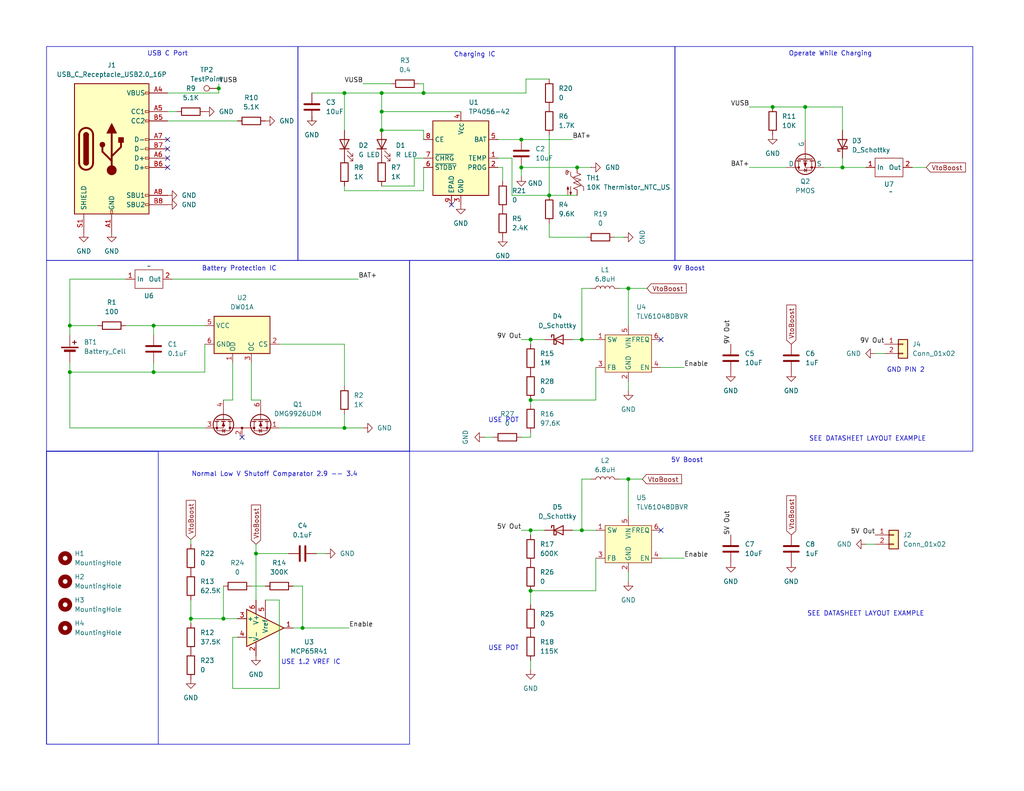
<source format=kicad_sch>
(kicad_sch (version 20250114) (generator "eeschema") (generator_version "9.0")
  (paper "A")
  (title_block (title "BPS Circuit Board") (date "2026-01-18") (rev "0"))
  (lib_symbols
    (symbol "Battery_Management:DW01A"
      (property "Reference" "U" (at -6.604 6.35 0))
      (property "Value" "DW01A" (at 4.318 6.604 0))
      (symbol "DW01A_0_1"
        (pin power_in line (at -10.16 2.54 0) (length 2.54) (name "VCC") (number "5"))
        (pin power_in line (at -10.16 -2.54 0) (length 2.54) (name "GND") (number "6"))
        (pin output line (at -2.54 -7.62 90) (length 2.54) (name "OD") (number "1"))
        (pin output line (at 2.54 -7.62 90) (length 2.54) (name "OC") (number "3"))
        (pin input line (at 10.16 -2.54 180) (length 2.54) (name "CS") (number "2"))
      )
      (symbol "DW01A_1_1"
        (pin no_connect line (at 10.16 2.54 180) (length 2.54) (hide yes) (name "TD") (number "4"))
      )
    )
    (symbol "Battery_Management:TP4056-42-ESOP8"
      (property "Reference" "U" (at -6.604 11.684 0))
      (property "Value" "TP4056-42-ESOP8" (at 10.16 11.684 0))
      (symbol "TP4056-42-ESOP8_1_0"
        (pin input line (at -10.16 5.08 0) (length 2.54) (name "CE") (number "8"))
        (pin open_collector line (at -10.16 0 0) (length 2.54) (name "~{CHRG}") (number "7"))
        (pin open_collector line (at -10.16 -2.54 0) (length 2.54) (name "~{STDBY}") (number "6"))
        (pin passive line (at -2.54 -12.7 90) (length 2.54) (name "EPAD") (number "9"))
        (pin power_in line (at 0 12.7 270) (length 2.54) (name "V_{CC}") (number "4"))
        (pin power_in line (at 0 -12.7 90) (length 2.54) (name "GND") (number "3"))
        (pin power_out line (at 10.16 5.08 180) (length 2.54) (name "BAT") (number "5"))
        (pin input line (at 10.16 0 180) (length 2.54) (name "TEMP") (number "1"))
        (pin passive line (at 10.16 -2.54 180) (length 2.54) (name "PROG") (number "2"))
      )
    )
    (symbol "Comparator:MCP65R41" (pin_names (offset 0.127))
      (property "Reference" "U" (at 1.27 3.81 0))
      (property "Value" "MCP65R41" (at 6.35 -3.81 0))
      (symbol "MCP65R41_1_1"
        (pin input line (at -7.62 2.54 0) (length 2.54) (name "+") (number "3"))
        (pin input line (at -7.62 -2.54 0) (length 2.54) (name "-") (number "4"))
        (pin power_in line (at -2.54 7.62 270) (length 3.81) (name "V+") (number "6"))
        (pin power_in line (at -2.54 -7.62 90) (length 3.81) (name "V-") (number "2"))
        (pin power_out line (at 0 7.62 270) (length 5.08) (name "Vref") (number "5"))
        (pin output line (at 7.62 0 180) (length 2.54) (name "~") (number "1"))
      )
    )
    (symbol "Connector:TestPoint" (pin_numbers (hide yes)) (pin_names (offset 0.762) (hide yes))
      (property "Reference" "TP" (at 0 6.858 0))
      (property "Value" "TestPoint" (at 0 5.08 0))
      (symbol "TestPoint_1_1"
        (pin passive line (at 0 0 90) (length 2.54) (name "1") (number "1"))
      )
    )
    (symbol "Connector:USB_C_Receptacle_USB2.0_16P" (pin_names (offset 1.016))
      (property "Reference" "J" (at 0 22.225 0))
      (property "Value" "USB_C_Receptacle_USB2.0_16P" (at 0 19.685 0))
      (symbol "USB_C_Receptacle_USB2.0_16P_1_1"
        (pin passive line (at -7.62 -22.86 90) (length 5.08) (name "SHIELD") (number "S1"))
        (pin passive line (at 0 -22.86 90) (length 5.08) (name "GND") (number "A1"))
        (pin passive line (at 0 -22.86 90) (length 5.08) (hide yes) (name "GND") (number "A12"))
        (pin passive line (at 0 -22.86 90) (length 5.08) (hide yes) (name "GND") (number "B1"))
        (pin passive line (at 0 -22.86 90) (length 5.08) (hide yes) (name "GND") (number "B12"))
        (pin passive line (at 15.24 15.24 180) (length 5.08) (name "VBUS") (number "A4"))
        (pin passive line (at 15.24 15.24 180) (length 5.08) (hide yes) (name "VBUS") (number "A9"))
        (pin passive line (at 15.24 15.24 180) (length 5.08) (hide yes) (name "VBUS") (number "B4"))
        (pin passive line (at 15.24 15.24 180) (length 5.08) (hide yes) (name "VBUS") (number "B9"))
        (pin bidirectional line (at 15.24 10.16 180) (length 5.08) (name "CC1") (number "A5"))
        (pin bidirectional line (at 15.24 7.62 180) (length 5.08) (name "CC2") (number "B5"))
        (pin bidirectional line (at 15.24 2.54 180) (length 5.08) (name "D-") (number "A7"))
        (pin bidirectional line (at 15.24 0 180) (length 5.08) (name "D-") (number "B7"))
        (pin bidirectional line (at 15.24 -2.54 180) (length 5.08) (name "D+") (number "A6"))
        (pin bidirectional line (at 15.24 -5.08 180) (length 5.08) (name "D+") (number "B6"))
        (pin bidirectional line (at 15.24 -12.7 180) (length 5.08) (name "SBU1") (number "A8"))
        (pin bidirectional line (at 15.24 -15.24 180) (length 5.08) (name "SBU2") (number "B8"))
      )
    )
    (symbol "Connector_Generic:Conn_01x02" (pin_names (offset 1.016) (hide yes))
      (property "Reference" "J" (at 0 2.54 0))
      (property "Value" "Conn_01x02" (at 0 -5.08 0))
      (symbol "Conn_01x02_1_1"
        (pin passive line (at -5.08 0 0) (length 3.81) (name "Pin_1") (number "1"))
        (pin passive line (at -5.08 -2.54 0) (length 3.81) (name "Pin_2") (number "2"))
      )
    )
    (symbol "Device:Battery_Cell" (pin_numbers (hide yes)) (pin_names (offset 0) (hide yes))
      (property "Reference" "BT" (at 2.54 2.54 0))
      (property "Value" "Battery_Cell" (at 2.54 0 0))
      (symbol "Battery_Cell_1_1"
        (pin passive line (at 0 5.08 270) (length 2.54) (name "+") (number "1"))
        (pin passive line (at 0 -2.54 90) (length 2.54) (name "-") (number "2"))
      )
    )
    (symbol "Device:C" (pin_numbers (hide yes)) (pin_names (offset 0.254))
      (property "Reference" "C" (at 0.635 2.54 0))
      (property "Value" "C" (at 0.635 -2.54 0))
      (symbol "C_1_1"
        (pin passive line (at 0 3.81 270) (length 2.794) (name "~") (number "1"))
        (pin passive line (at 0 -3.81 90) (length 2.794) (name "~") (number "2"))
      )
    )
    (symbol "Device:D_Schottky" (pin_numbers (hide yes)) (pin_names (offset 1.016) (hide yes))
      (property "Reference" "D" (at 0 2.54 0))
      (property "Value" "D_Schottky" (at 0 -2.54 0))
      (symbol "D_Schottky_1_1"
        (pin passive line (at -3.81 0 0) (length 2.54) (name "K") (number "1"))
        (pin passive line (at 3.81 0 180) (length 2.54) (name "A") (number "2"))
      )
    )
    (symbol "Device:L" (pin_numbers (hide yes)) (pin_names (offset 1.016) (hide yes))
      (property "Reference" "L" (at -1.27 0 90))
      (property "Value" "L" (at 1.905 0 90))
      (symbol "L_1_1"
        (pin passive line (at 0 3.81 270) (length 1.27) (name "1") (number "1"))
        (pin passive line (at 0 -3.81 90) (length 1.27) (name "2") (number "2"))
      )
    )
    (symbol "Device:LED" (pin_numbers (hide yes)) (pin_names (offset 1.016) (hide yes))
      (property "Reference" "D" (at 0 2.54 0))
      (property "Value" "LED" (at 0 -2.54 0))
      (symbol "LED_1_1"
        (pin passive line (at -3.81 0 0) (length 2.54) (name "K") (number "1"))
        (pin passive line (at 3.81 0 180) (length 2.54) (name "A") (number "2"))
      )
    )
    (symbol "Device:R" (pin_numbers (hide yes)) (pin_names (offset 0))
      (property "Reference" "R" (at 2.032 0 90))
      (property "Value" "R" (at 0 0 90))
      (symbol "R_1_1"
        (pin passive line (at 0 3.81 270) (length 1.27) (name "~") (number "1"))
        (pin passive line (at 0 -3.81 90) (length 1.27) (name "~") (number "2"))
      )
    )
    (symbol "Device:Thermistor_NTC_US" (pin_numbers (hide yes)) (pin_names (offset 0))
      (property "Reference" "TH" (at -4.445 0 90))
      (property "Value" "Thermistor_NTC_US" (at 3.175 0 90))
      (symbol "Thermistor_NTC_US_1_1"
        (pin passive line (at 0 3.81 270) (length 1.27) (name "~") (number "1"))
        (pin passive line (at 0 -3.81 90) (length 1.27) (name "~") (number "2"))
      )
    )
    (symbol "GregSyms:TLV61048DBVR"
      (property "Reference" "U" (at 0 0 0))
      (property "Value" "TLV61048DBVR" (at 10.16 11.176 0))
      (symbol "TLV61048DBVR_1_1"
        (pin passive line (at -8.89 3.81 0) (length 2.54) (name "SW") (number "1"))
        (pin input line (at -8.89 -3.81 0) (length 2.54) (name "FB") (number "3"))
        (pin power_in line (at 0 7.62 270) (length 2.54) (name "VIN") (number "5"))
        (pin power_in line (at 0 -7.62 90) (length 2.54) (name "GND") (number "2"))
        (pin input line (at 8.89 3.81 180) (length 2.54) (name "FREQ") (number "6"))
        (pin input line (at 8.89 -3.81 180) (length 2.54) (name "EN") (number "4"))
      )
    )
    (symbol "GregSyms:Wire_Jump"
      (property "Reference" "U" (at 0 -4.064 0))
      (symbol "Wire_Jump_1_1"
        (pin power_in line (at -6.35 0 0) (length 2.54) (name "In") (number "1"))
        (pin power_in line (at 6.35 0 180) (length 2.54) (name "Out") (number "2"))
      )
    )
    (symbol "Mechanical:MountingHole" (pin_names (offset 1.016)) (in_bom no)
      (property "Reference" "H" (at 0 5.08 0))
      (property "Value" "MountingHole" (at 0 3.175 0))
    )
    (symbol "Simulation_SPICE:PMOS" (pin_numbers (hide yes)) (pin_names (offset 0))
      (property "Reference" "Q" (at 5.08 1.27 0))
      (property "Value" "PMOS" (at 5.08 -1.27 0))
      (symbol "PMOS_1_1"
        (pin input line (at -5.08 0 0) (length 2.54) (name "G") (number "2"))
        (pin passive line (at 2.54 5.08 270) (length 2.54) (name "D") (number "1"))
        (pin passive line (at 2.54 -5.08 90) (length 2.54) (name "S") (number "3"))
      )
    )
    (symbol "Transistor_FET:DMG9926UDM" (pin_names (hide yes))
      (property "Reference" "Q" (at 2.54 6.985 0))
      (property "Value" "DMG9926UDM" (at 2.54 5.08 0))
      (symbol "DMG9926UDM_1_1"
        (pin input line (at -7.62 5.08 0) (length 2.54) (name "G1") (number "6"))
        (pin input line (at -7.62 -5.08 0) (length 2.54) (name "G2") (number "4"))
        (pin passive line (at 0 10.16 270) (length 2.54) (name "D1") (number "1"))
        (pin passive line (at 0 -10.16 90) (length 2.54) (name "S2") (number "3"))
        (pin passive line (at 2.54 0 180) (length 2.54) (name "S1/D2") (number "2"))
        (pin passive line (at 2.54 0 180) (length 2.54) (hide yes) (name "S1/D2") (number "5"))
      )
    )
    (symbol "power:GND" (power) (pin_numbers (hide yes)) (pin_names (offset 0) (hide yes))
      (property "Value" "GND" (at 0 -3.81 0))
      (symbol "GND_1_1"
        (pin power_in line (at 0 0 270) (length 0) (name "~") (number "1"))
      )
    )
  )
  (rectangle (start 12.7 123.19) (end 43.18 203.2))
  (rectangle (start 12.7 123.19) (end 111.76 203.2))
  (rectangle (start 111.76 71.12) (end 265.43 123.19))
  (rectangle (start 12.7 12.7) (end 81.28 71.12))
  (rectangle (start 12.7 71.12) (end 111.76 123.19))
  (rectangle (start 81.28 12.7) (end 184.15 71.12))
  (rectangle (start 184.15 12.7) (end 265.43 71.12))
  (text "USE 1.2 VREF IC" (at 84.836 180.848 0) (effects (font (size 1.27 1.27))))
  (text "Battery Protection IC" (at 65.278 73.406 0) (effects (font (size 1.27 1.27))))
  (text "SEE DATASHEET LAYOUT EXAMPLE" (at 236.728 119.888 0) (effects (font (size 1.27 1.27))))
  (text "Charging IC" (at 129.54 14.986 0) (effects (font (size 1.27 1.27))))
  (text "GND PIN 2" (at 247.142 101.092 0) (effects (font (size 1.27 1.27))))
  (text "USE POT" (at 137.414 114.808 0) (effects (font (size 1.27 1.27))))
  (text "5V Boost" (at 187.452 125.73 0) (effects (font (size 1.27 1.27))))
  (text "Operate While Charging" (at 226.568 14.732 0) (effects (font (size 1.27 1.27))))
  (text "USB C Port" (at 45.72 14.732 0) (effects (font (size 1.27 1.27))))
  (text "SEE DATASHEET LAYOUT EXAMPLE" (at 236.22 167.64 0) (effects (font (size 1.27 1.27))))
  (text "Normal Low V Shutoff Comparator 2.9 -- 3.4" (at 74.93 129.54 0) (effects (font (size 1.27 1.27))))
  (text "9V Boost" (at 187.96 73.406 0) (effects (font (size 1.27 1.27))))
  (text "USE POT" (at 137.414 177.038 0) (effects (font (size 1.27 1.27))))
  (junction (at 144.78 92.71))
  (junction (at 52.07 168.91))
  (junction (at 41.91 101.6))
  (junction (at 19.05 88.9))
  (junction (at 142.24 45.72))
  (junction (at 144.78 144.78))
  (junction (at 158.75 92.71))
  (junction (at 104.14 35.56))
  (junction (at 41.91 88.9))
  (junction (at 171.45 130.81))
  (junction (at 60.96 168.91))
  (junction (at 210.82 29.21))
  (junction (at 157.48 45.72))
  (junction (at 171.45 78.74))
  (junction (at 158.75 144.78))
  (junction (at 219.71 29.21))
  (junction (at 104.14 30.48))
  (junction (at 69.85 151.13))
  (junction (at 59.69 24.13))
  (junction (at 19.05 101.6))
  (junction (at 149.86 53.34))
  (junction (at 104.14 25.4))
  (junction (at 142.24 38.1))
  (junction (at 144.78 109.22))
  (junction (at 115.57 25.4))
  (junction (at 144.78 161.29))
  (junction (at 82.55 171.45))
  (junction (at 229.87 45.72))
  (junction (at 93.98 25.4))
  (junction (at 93.98 116.84))
  (no_connect (at 45.72 43.18))
  (no_connect (at 45.72 40.64))
  (no_connect (at 45.72 45.72))
  (no_connect (at 180.34 144.78))
  (no_connect (at 66.04 119.38))
  (no_connect (at 180.34 92.71))
  (no_connect (at 123.19 55.88))
  (no_connect (at 45.72 38.1))
  (wire (pts (xy 149.86 36.83) (xy 149.86 53.34)))
  (wire (pts (xy 63.5 173.99) (xy 63.5 187.96)))
  (wire (pts (xy 52.07 168.91) (xy 60.96 168.91)))
  (wire (pts (xy 80.01 160.02) (xy 82.55 160.02)))
  (wire (pts (xy 93.98 105.41) (xy 93.98 93.98)))
  (wire (pts (xy 162.56 152.4) (xy 162.56 161.29)))
  (wire (pts (xy 45.72 25.4) (xy 59.69 25.4)))
  (wire (pts (xy 113.03 43.18) (xy 115.57 43.18)))
  (wire (pts (xy 158.75 78.74) (xy 158.75 92.71)))
  (wire (pts (xy 229.87 43.18) (xy 229.87 45.72)))
  (wire (pts (xy 143.51 25.4) (xy 115.57 25.4)))
  (wire (pts (xy 69.85 148.59) (xy 69.85 151.13)))
  (wire (pts (xy 80.01 171.45) (xy 82.55 171.45)))
  (wire (pts (xy 69.85 151.13) (xy 69.85 163.83)))
  (wire (pts (xy 99.06 22.86) (xy 106.68 22.86)))
  (wire (pts (xy 93.98 93.98) (xy 76.2 93.98)))
  (wire (pts (xy 162.56 100.33) (xy 162.56 109.22)))
  (wire (pts (xy 143.51 25.4) (xy 143.51 21.59)))
  (wire (pts (xy 144.78 144.78) (xy 148.59 144.78)))
  (wire (pts (xy 204.47 45.72) (xy 214.63 45.72)))
  (wire (pts (xy 19.05 116.84) (xy 19.05 101.6)))
  (wire (pts (xy 143.51 21.59) (xy 149.86 21.59)))
  (wire (pts (xy 171.45 130.81) (xy 175.26 130.81)))
  (wire (pts (xy 171.45 78.74) (xy 176.53 78.74)))
  (wire (pts (xy 144.78 180.34) (xy 144.78 182.88)))
  (wire (pts (xy 104.14 25.4) (xy 93.98 25.4)))
  (wire (pts (xy 63.5 99.06) (xy 63.5 109.22)))
  (wire (pts (xy 229.87 45.72) (xy 236.22 45.72)))
  (wire (pts (xy 104.14 30.48) (xy 125.73 30.48)))
  (wire (pts (xy 41.91 88.9) (xy 55.88 88.9)))
  (wire (pts (xy 104.14 35.56) (xy 104.14 30.48)))
  (wire (pts (xy 93.98 116.84) (xy 99.06 116.84)))
  (wire (pts (xy 160.02 64.77) (xy 149.86 64.77)))
  (wire (pts (xy 139.7 43.18) (xy 135.89 43.18)))
  (wire (pts (xy 162.56 109.22) (xy 144.78 109.22)))
  (wire (pts (xy 104.14 30.48) (xy 104.14 25.4)))
  (wire (pts (xy 219.71 38.1) (xy 219.71 29.21)))
  (wire (pts (xy 142.24 45.72) (xy 142.24 48.26)))
  (wire (pts (xy 142.24 92.71) (xy 144.78 92.71)))
  (wire (pts (xy 144.78 144.78) (xy 144.78 146.05)))
  (wire (pts (xy 72.39 163.83) (xy 76.2 163.83)))
  (wire (pts (xy 55.88 93.98) (xy 55.88 101.6)))
  (wire (pts (xy 171.45 140.97) (xy 171.45 130.81)))
  (wire (pts (xy 210.82 29.21) (xy 219.71 29.21)))
  (wire (pts (xy 135.89 38.1) (xy 142.24 38.1)))
  (wire (pts (xy 19.05 88.9) (xy 19.05 91.44)))
  (wire (pts (xy 156.21 144.78) (xy 158.75 144.78)))
  (wire (pts (xy 82.55 160.02) (xy 82.55 171.45)))
  (wire (pts (xy 229.87 45.72) (xy 224.79 45.72)))
  (wire (pts (xy 68.58 160.02) (xy 72.39 160.02)))
  (wire (pts (xy 144.78 119.38) (xy 144.78 118.11)))
  (wire (pts (xy 63.5 109.22) (xy 60.96 109.22)))
  (wire (pts (xy 156.21 92.71) (xy 158.75 92.71)))
  (wire (pts (xy 144.78 92.71) (xy 148.59 92.71)))
  (wire (pts (xy 219.71 29.21) (xy 229.87 29.21)))
  (wire (pts (xy 158.75 92.71) (xy 162.56 92.71)))
  (wire (pts (xy 63.5 187.96) (xy 76.2 187.96)))
  (wire (pts (xy 162.56 161.29) (xy 144.78 161.29)))
  (wire (pts (xy 180.34 100.33) (xy 186.69 100.33)))
  (wire (pts (xy 19.05 88.9) (xy 19.05 76.2)))
  (wire (pts (xy 167.64 64.77) (xy 170.18 64.77)))
  (wire (pts (xy 41.91 99.06) (xy 41.91 101.6)))
  (wire (pts (xy 144.78 161.29) (xy 144.78 165.1)))
  (wire (pts (xy 34.29 88.9) (xy 41.91 88.9)))
  (wire (pts (xy 59.69 24.13) (xy 59.69 25.4)))
  (wire (pts (xy 86.36 151.13) (xy 88.9 151.13)))
  (wire (pts (xy 104.14 25.4) (xy 115.57 25.4)))
  (wire (pts (xy 82.55 171.45) (xy 95.25 171.45)))
  (wire (pts (xy 161.29 78.74) (xy 158.75 78.74)))
  (wire (pts (xy 132.08 119.38) (xy 134.62 119.38)))
  (wire (pts (xy 68.58 109.22) (xy 71.12 109.22)))
  (wire (pts (xy 104.14 35.56) (xy 115.57 35.56)))
  (wire (pts (xy 157.48 45.72) (xy 161.29 45.72)))
  (wire (pts (xy 59.69 22.86) (xy 59.69 24.13)))
  (wire (pts (xy 19.05 99.06) (xy 19.05 101.6)))
  (wire (pts (xy 142.24 144.78) (xy 144.78 144.78)))
  (wire (pts (xy 52.07 147.32) (xy 52.07 148.59)))
  (wire (pts (xy 113.03 50.8) (xy 113.03 43.18)))
  (wire (pts (xy 142.24 119.38) (xy 144.78 119.38)))
  (wire (pts (xy 19.05 76.2) (xy 34.29 76.2)))
  (wire (pts (xy 114.3 22.86) (xy 115.57 22.86)))
  (wire (pts (xy 69.85 151.13) (xy 78.74 151.13)))
  (wire (pts (xy 144.78 109.22) (xy 144.78 110.49)))
  (wire (pts (xy 248.92 45.72) (xy 252.73 45.72)))
  (wire (pts (xy 171.45 130.81) (xy 168.91 130.81)))
  (wire (pts (xy 115.57 22.86) (xy 115.57 25.4)))
  (wire (pts (xy 93.98 50.8) (xy 93.98 52.07)))
  (wire (pts (xy 41.91 91.44) (xy 41.91 88.9)))
  (wire (pts (xy 55.88 116.84) (xy 19.05 116.84)))
  (wire (pts (xy 93.98 116.84) (xy 93.98 113.03)))
  (wire (pts (xy 19.05 88.9) (xy 26.67 88.9)))
  (wire (pts (xy 142.24 45.72) (xy 157.48 45.72)))
  (wire (pts (xy 171.45 88.9) (xy 171.45 78.74)))
  (wire (pts (xy 139.7 53.34) (xy 139.7 43.18)))
  (wire (pts (xy 204.47 29.21) (xy 210.82 29.21)))
  (wire (pts (xy 52.07 163.83) (xy 52.07 168.91)))
  (wire (pts (xy 45.72 33.02) (xy 64.77 33.02)))
  (wire (pts (xy 171.45 156.21) (xy 171.45 158.75)))
  (wire (pts (xy 76.2 187.96) (xy 76.2 163.83)))
  (wire (pts (xy 68.58 99.06) (xy 68.58 109.22)))
  (wire (pts (xy 158.75 144.78) (xy 162.56 144.78)))
  (wire (pts (xy 76.2 116.84) (xy 93.98 116.84)))
  (wire (pts (xy 45.72 30.48) (xy 48.26 30.48)))
  (wire (pts (xy 85.09 31.75) (xy 85.09 33.02)))
  (wire (pts (xy 115.57 35.56) (xy 115.57 38.1)))
  (wire (pts (xy 41.91 101.6) (xy 19.05 101.6)))
  (wire (pts (xy 157.48 53.34) (xy 149.86 53.34)))
  (wire (pts (xy 236.22 148.59) (xy 238.76 148.59)))
  (wire (pts (xy 229.87 29.21) (xy 229.87 35.56)))
  (wire (pts (xy 142.24 38.1) (xy 156.21 38.1)))
  (wire (pts (xy 93.98 52.07) (xy 115.57 52.07)))
  (wire (pts (xy 115.57 52.07) (xy 115.57 45.72)))
  (wire (pts (xy 93.98 25.4) (xy 93.98 35.56)))
  (wire (pts (xy 238.76 96.52) (xy 241.3 96.52)))
  (wire (pts (xy 55.88 101.6) (xy 41.91 101.6)))
  (wire (pts (xy 137.16 45.72) (xy 137.16 49.53)))
  (wire (pts (xy 171.45 104.14) (xy 171.45 106.68)))
  (wire (pts (xy 158.75 130.81) (xy 158.75 144.78)))
  (wire (pts (xy 180.34 152.4) (xy 186.69 152.4)))
  (wire (pts (xy 144.78 92.71) (xy 144.78 93.98)))
  (wire (pts (xy 93.98 25.4) (xy 85.09 25.4)))
  (wire (pts (xy 60.96 168.91) (xy 64.77 168.91)))
  (wire (pts (xy 139.7 53.34) (xy 149.86 53.34)))
  (wire (pts (xy 52.07 170.18) (xy 52.07 168.91)))
  (wire (pts (xy 161.29 130.81) (xy 158.75 130.81)))
  (wire (pts (xy 46.99 76.2) (xy 97.79 76.2)))
  (wire (pts (xy 63.5 173.99) (xy 64.77 173.99)))
  (wire (pts (xy 104.14 50.8) (xy 113.03 50.8)))
  (wire (pts (xy 149.86 64.77) (xy 149.86 60.96)))
  (wire (pts (xy 137.16 45.72) (xy 135.89 45.72)))
  (wire (pts (xy 171.45 78.74) (xy 168.91 78.74)))
  (wire (pts (xy 60.96 168.91) (xy 60.96 160.02)))
  (label "9V Out" (at 142.24 92.71 180))
  (label "VUSB" (at 59.69 22.86 0))
  (label "Enable" (at 95.25 171.45 0))
  (label "Enable" (at 186.69 100.33 0))
  (label "9V Out" (at 199.39 93.98 90))
  (label "BAT+" (at 204.47 45.72 180))
  (label "5V Out" (at 142.24 144.78 180))
  (label "VUSB" (at 99.06 22.86 180))
  (label "Enable" (at 186.69 152.4 0))
  (label "9V Out" (at 241.3 93.98 180))
  (label "VUSB" (at 204.47 29.21 180))
  (label "5V Out" (at 199.39 146.05 90))
  (label "5V Out" (at 238.76 146.05 180))
  (label "BAT+" (at 97.79 76.2 0))
  (label "BAT+" (at 156.21 38.1 0))
  (global_label "VtoBoost" (shape input) (at 175.26 130.81 0) (property "Intersheetrefs" "${INTERSHEET_REFS}" (effects (hide yes))))
  (global_label "VtoBoost" (shape input) (at 52.07 147.32 90) (property "Intersheetrefs" "${INTERSHEET_REFS}" (effects (hide yes))))
  (global_label "VtoBoost" (shape input) (at 252.73 45.72 0) (property "Intersheetrefs" "${INTERSHEET_REFS}" (effects (hide yes))))
  (global_label "VtoBoost" (shape input) (at 215.9 146.05 90) (property "Intersheetrefs" "${INTERSHEET_REFS}" (effects (hide yes))))
  (global_label "VtoBoost" (shape input) (at 215.9 93.98 90) (property "Intersheetrefs" "${INTERSHEET_REFS}" (effects (hide yes))))
  (global_label "VtoBoost" (shape input) (at 69.85 148.59 90) (property "Intersheetrefs" "${INTERSHEET_REFS}" (effects (hide yes))))
  (global_label "VtoBoost" (shape input) (at 176.53 78.74 0) (property "Intersheetrefs" "${INTERSHEET_REFS}" (effects (hide yes))))
  (symbol (lib_id "power:GND") (at 69.85 179.07 0) (unit 1)
    (property "Reference" "#PWR011" (effects (hide yes)))
    (property "Value" "GND" (at 69.85 184.15 0))
    (property "Description" "Power symbol creates a global label with name \"GND\" , ground" (effects (hide yes)))
  )
  (symbol (lib_id "power:GND") (at 85.09 31.75 0) (unit 1)
    (property "Reference" "#PWR08" (effects (hide yes)))
    (property "Value" "GND" (at 85.09 36.83 0))
    (property "Description" "Power symbol creates a global label with name \"GND\" , ground" (effects (hide yes)))
  )
  (symbol (lib_id "Device:L") (at 165.1 130.81 90) (unit 1)
    (property "Reference" "L2" (at 165.1 125.73 90))
    (property "Value" "6.8uH" (at 165.1 128.27 90))
    (property "Footprint" "GregFootprints:InductorFixed" (effects (hide yes)))
    (property "Description" "Inductor" (effects (hide yes)))
  )
  (symbol (lib_id "GregSyms:Wire_Jump") (at 40.64 76.2 0) (unit 1)
    (property "Reference" "U6" (at 40.64 80.772 0))
    (property "Value" "~" (at 40.64 72.644 0))
    (property "Footprint" "GregFootprints:22AWG Wire Jump" (effects (hide yes)))
  )
  (symbol (lib_id "power:GND") (at 22.86 63.5 0) (unit 1)
    (property "Reference" "#PWR015" (effects (hide yes)))
    (property "Value" "GND" (at 22.86 68.58 0))
    (property "Description" "Power symbol creates a global label with name \"GND\" , ground" (effects (hide yes)))
  )
  (symbol (lib_id "Mechanical:MountingHole") (at 17.78 171.45 0) (unit 1) (in_bom no)
    (property "Reference" "H4" (at 20.32 170.1799 0) (effects (justify left)))
    (property "Value" "MountingHole" (at 20.32 172.7199 0) (effects (justify left)))
    (property "Footprint" "MountingHole:MountingHole_2.2mm_M2" (effects (hide yes)))
    (property "Description" "Mounting Hole without connection" (effects (hide yes)))
  )
  (symbol (lib_id "Device:D_Schottky") (at 229.87 39.37 90) (unit 1)
    (property "Reference" "D3" (at 232.41 38.4174 90) (effects (justify right)))
    (property "Value" "D_Schottky" (at 232.41 40.9574 90) (effects (justify right)))
    (property "Footprint" "GregFootprints:MBRS130LT3G Diode" (effects (hide yes)))
    (property "Description" "Schottky diode" (effects (hide yes)))
  )
  (symbol (lib_id "Device:C") (at 41.91 95.25 0) (unit 1)
    (property "Reference" "C1" (at 45.72 93.9799 0) (effects (justify left)))
    (property "Value" "0.1uF" (at 45.72 96.5199 0) (effects (justify left)))
    (property "Footprint" "Capacitor_SMD:C_1206_3216Metric_Pad1.33x1.80mm_HandSolder" (effects (hide yes)))
    (property "Description" "Unpolarized capacitor" (effects (hide yes)))
  )
  (symbol (lib_id "Device:C") (at 85.09 29.21 0) (unit 1)
    (property "Reference" "C3" (at 88.9 27.9399 0) (effects (justify left)))
    (property "Value" "10uF" (at 88.9 30.4799 0) (effects (justify left)))
    (property "Footprint" "Capacitor_SMD:C_1206_3216Metric_Pad1.33x1.80mm_HandSolder" (effects (hide yes)))
    (property "Description" "Unpolarized capacitor" (effects (hide yes)))
  )
  (symbol (lib_id "power:GND") (at 55.88 30.48 90) (unit 1)
    (property "Reference" "#PWR014" (effects (hide yes)))
    (property "Value" "GND" (at 59.69 30.4799 90) (effects (justify right)))
    (property "Description" "Power symbol creates a global label with name \"GND\" , ground" (effects (hide yes)))
  )
  (symbol (lib_id "power:GND") (at 215.9 101.6 0) (unit 1)
    (property "Reference" "#PWR033" (effects (hide yes)))
    (property "Value" "GND" (at 215.9 106.68 0))
    (property "Description" "Power symbol creates a global label with name \"GND\" , ground" (effects (hide yes)))
  )
  (symbol (lib_id "Device:LED") (at 104.14 39.37 90) (unit 1)
    (property "Reference" "D1" (at 107.95 39.6874 90) (effects (justify right)))
    (property "Value" "R LED" (at 107.95 42.2274 90) (effects (justify right)))
    (property "Footprint" "LED_SMD:LED_0603_1608Metric_Pad1.05x0.95mm_HandSolder" (effects (hide yes)))
    (property "Description" "Light emitting diode" (effects (hide yes)))
    (property "Sim.Pins" "1=K 2=A" (effects (hide yes)))
  )
  (symbol (lib_id "Device:R") (at 137.16 53.34 0) (unit 1)
    (property "Reference" "R21" (at 139.7 52.0699 0) (effects (justify left)))
    (property "Value" "0" (at 139.7 54.6099 0) (effects (justify left)))
    (property "Footprint" "Resistor_SMD:R_1206_3216Metric_Pad1.30x1.75mm_HandSolder" (effects (hide yes)))
    (property "Description" "Resistor" (effects (hide yes)))
  )
  (symbol (lib_id "Device:C") (at 82.55 151.13 90) (unit 1)
    (property "Reference" "C4" (at 82.55 143.51 90))
    (property "Value" "0.1uF" (at 82.55 146.05 90))
    (property "Footprint" "Capacitor_SMD:C_1206_3216Metric_Pad1.33x1.80mm_HandSolder" (effects (hide yes)))
    (property "Description" "Unpolarized capacitor" (effects (hide yes)))
  )
  (symbol (lib_id "Device:R") (at 137.16 60.96 0) (unit 1)
    (property "Reference" "R5" (at 139.7 59.6899 0) (effects (justify left)))
    (property "Value" "2.4K" (at 139.7 62.2299 0) (effects (justify left)))
    (property "Footprint" "Resistor_SMD:R_1206_3216Metric_Pad1.30x1.75mm_HandSolder" (effects (hide yes)))
    (property "Description" "Resistor" (effects (hide yes)))
  )
  (symbol (lib_id "Device:R") (at 149.86 33.02 0) (unit 1)
    (property "Reference" "R6" (at 152.4 31.7499 0) (effects (justify left)))
    (property "Value" "1.7K" (at 152.4 34.2899 0) (effects (justify left)))
    (property "Footprint" "Resistor_SMD:R_1206_3216Metric_Pad1.30x1.75mm_HandSolder" (effects (hide yes)))
    (property "Description" "Resistor" (effects (hide yes)))
  )
  (symbol (lib_id "power:GND") (at 199.39 101.6 0) (unit 1)
    (property "Reference" "#PWR027" (effects (hide yes)))
    (property "Value" "GND" (at 199.39 106.68 0))
    (property "Description" "Power symbol creates a global label with name \"GND\" , ground" (effects (hide yes)))
  )
  (symbol (lib_id "Device:Battery_Cell") (at 19.05 96.52 0) (unit 1)
    (property "Reference" "BT1" (at 22.86 93.4084 0) (effects (justify left)))
    (property "Value" "Battery_Cell" (at 22.86 95.9484 0) (effects (justify left)))
    (property "Footprint" "GregFootprints:18650 8mm Strip" (effects (hide yes)))
    (property "Description" "Single-cell battery" (effects (hide yes)))
    (property "Sim.Device" "V" (effects (hide yes)))
    (property "Sim.Type" "DC" (effects (hide yes)))
    (property "Sim.Pins" "1=+ 2=-" (effects (hide yes)))
  )
  (symbol (lib_id "Device:R") (at 144.78 168.91 0) (unit 1)
    (property "Reference" "R25" (at 147.32 167.6399 0) (effects (justify left)))
    (property "Value" "0" (at 147.32 170.1799 0) (effects (justify left)))
    (property "Footprint" "Resistor_SMD:R_1206_3216Metric_Pad1.30x1.75mm_HandSolder" (effects (hide yes)))
    (property "Description" "Resistor" (effects (hide yes)))
  )
  (symbol (lib_id "Device:R") (at 144.78 157.48 0) (unit 1)
    (property "Reference" "R26" (at 147.32 156.2099 0) (effects (justify left)))
    (property "Value" "0" (at 147.32 158.7499 0) (effects (justify left)))
    (property "Footprint" "Resistor_SMD:R_1206_3216Metric_Pad1.30x1.75mm_HandSolder" (effects (hide yes)))
    (property "Description" "Resistor" (effects (hide yes)))
  )
  (symbol (lib_id "Device:R") (at 76.2 160.02 90) (unit 1)
    (property "Reference" "R14" (at 76.2 153.67 90))
    (property "Value" "300K" (at 76.2 156.21 90))
    (property "Footprint" "Resistor_SMD:R_1206_3216Metric_Pad1.30x1.75mm_HandSolder" (effects (hide yes)))
    (property "Description" "Resistor" (effects (hide yes)))
  )
  (symbol (lib_id "Device:R") (at 104.14 46.99 0) (unit 1)
    (property "Reference" "R7" (at 106.68 45.7199 0) (effects (justify left)))
    (property "Value" "1K" (at 106.68 48.2599 0) (effects (justify left)))
    (property "Footprint" "Resistor_SMD:R_1206_3216Metric_Pad1.30x1.75mm_HandSolder" (effects (hide yes)))
    (property "Description" "Resistor" (effects (hide yes)))
  )
  (symbol (lib_id "power:GND") (at 171.45 106.68 0) (unit 1)
    (property "Reference" "#PWR031" (effects (hide yes)))
    (property "Value" "GND" (at 171.45 111.76 0))
    (property "Description" "Power symbol creates a global label with name \"GND\" , ground" (effects (hide yes)))
  )
  (symbol (lib_id "Comparator:MCP65R41") (at 72.39 171.45 0) (unit 1)
    (property "Reference" "U3" (at 84.328 175.26 0))
    (property "Value" "MCP65R41" (at 84.328 177.8 0))
    (property "Footprint" "Package_TO_SOT_SMD:SOT-23-6_Handsoldering" (effects (hide yes)))
    (property "Datasheet" "http://ww1.microchip.com/downloads/en/DeviceDoc/22269B.pdf" (effects (hide yes)))
    (property "Description" "3 μA Comparator with Integrated Reference Voltage, SOT-23-6" (effects (hide yes)))
  )
  (symbol (lib_id "Connector:USB_C_Receptacle_USB2.0_16P") (at 30.48 40.64 0) (unit 1)
    (property "Reference" "J1" (at 30.48 17.78 0))
    (property "Value" "USB_C_Receptacle_USB2.0_16P" (at 30.48 20.32 0))
    (property "Footprint" "Connector_USB:USB_C_Receptacle_GCT_USB4085" (effects (hide yes)))
    (property "Datasheet" "https://www.usb.org/sites/default/files/documents/usb_type-c.zip" (effects (hide yes)))
    (property "Description" "USB 2.0-only 16P Type-C Receptacle connector" (effects (hide yes)))
  )
  (symbol (lib_id "power:GND") (at 215.9 153.67 0) (unit 1)
    (property "Reference" "#PWR038" (effects (hide yes)))
    (property "Value" "GND" (at 215.9 158.75 0))
    (property "Description" "Power symbol creates a global label with name \"GND\" , ground" (effects (hide yes)))
  )
  (symbol (lib_id "power:GND") (at 45.72 53.34 90) (unit 1)
    (property "Reference" "#PWR016" (effects (hide yes)))
    (property "Value" "GND" (at 49.53 53.3399 90) (effects (justify right)))
    (property "Description" "Power symbol creates a global label with name \"GND\" , ground" (effects (hide yes)))
  )
  (symbol (lib_id "power:GND") (at 170.18 64.77 90) (unit 1)
    (property "Reference" "#PWR05" (effects (hide yes)))
    (property "Value" "GND" (at 175.26 64.77 0))
    (property "Description" "Power symbol creates a global label with name \"GND\" , ground" (effects (hide yes)))
  )
  (symbol (lib_id "Connector_Generic:Conn_01x02") (at 243.84 146.05 0) (unit 1)
    (property "Reference" "J2" (at 246.38 146.0499 0) (effects (justify left)))
    (property "Value" "Conn_01x02" (at 246.38 148.5899 0) (effects (justify left)))
    (property "Footprint" "Connector_JST:JST_EH_B2B-EH-A_1x02_P2.50mm_Vertical" (effects (hide yes)))
    (property "Description" "Generic connector, single row, 01x02, script generated (kicad-library-utils/schlib/autogen/connector/)" (effects (hide yes)))
  )
  (symbol (lib_id "power:GND") (at 142.24 48.26 0) (unit 1)
    (property "Reference" "#PWR06" (effects (hide yes)))
    (property "Value" "GND" (at 146.05 50.038 0))
    (property "Description" "Power symbol creates a global label with name \"GND\" , ground" (effects (hide yes)))
  )
  (symbol (lib_id "power:GND") (at 236.22 148.59 270) (unit 1)
    (property "Reference" "#PWR032" (effects (hide yes)))
    (property "Value" "GND" (at 232.41 148.5899 90) (effects (justify right)))
    (property "Description" "Power symbol creates a global label with name \"GND\" , ground" (effects (hide yes)))
  )
  (symbol (lib_id "power:GND") (at 144.78 182.88 0) (unit 1)
    (property "Reference" "#PWR034" (effects (hide yes)))
    (property "Value" "GND" (at 144.78 187.96 0))
    (property "Description" "Power symbol creates a global label with name \"GND\" , ground" (effects (hide yes)))
  )
  (symbol (lib_id "Device:R") (at 144.78 97.79 0) (unit 1)
    (property "Reference" "R15" (at 147.32 96.5199 0) (effects (justify left)))
    (property "Value" "1M" (at 147.32 99.0599 0) (effects (justify left)))
    (property "Footprint" "Resistor_SMD:R_1206_3216Metric_Pad1.30x1.75mm_HandSolder" (effects (hide yes)))
    (property "Description" "Resistor" (effects (hide yes)))
  )
  (symbol (lib_id "Device:R") (at 149.86 25.4 0) (unit 1)
    (property "Reference" "R20" (at 152.4 24.1299 0) (effects (justify left)))
    (property "Value" "0" (at 152.4 26.6699 0) (effects (justify left)))
    (property "Footprint" "Resistor_SMD:R_1206_3216Metric_Pad1.30x1.75mm_HandSolder" (effects (hide yes)))
    (property "Description" "Resistor" (effects (hide yes)))
  )
  (symbol (lib_id "Mechanical:MountingHole") (at 17.78 158.75 0) (unit 1) (in_bom no)
    (property "Reference" "H2" (at 20.32 157.4799 0) (effects (justify left)))
    (property "Value" "MountingHole" (at 20.32 160.0199 0) (effects (justify left)))
    (property "Footprint" "MountingHole:MountingHole_2.2mm_M2" (effects (hide yes)))
    (property "Description" "Mounting Hole without connection" (effects (hide yes)))
  )
  (symbol (lib_id "power:GND") (at 30.48 63.5 0) (unit 1)
    (property "Reference" "#PWR010" (effects (hide yes)))
    (property "Value" "GND" (at 30.48 68.58 0))
    (property "Description" "Power symbol creates a global label with name \"GND\" , ground" (effects (hide yes)))
  )
  (symbol (lib_id "power:GND") (at 88.9 151.13 90) (unit 1)
    (property "Reference" "#PWR026" (effects (hide yes)))
    (property "Value" "GND" (at 92.71 151.1299 90) (effects (justify right)))
    (property "Description" "Power symbol creates a global label with name \"GND\" , ground" (effects (hide yes)))
  )
  (symbol (lib_id "Device:R") (at 144.78 105.41 180) (unit 1)
    (property "Reference" "R28" (at 147.32 104.1399 0) (effects (justify right)))
    (property "Value" "0" (at 147.32 106.6799 0) (effects (justify right)))
    (property "Footprint" "Resistor_SMD:R_1206_3216Metric_Pad1.30x1.75mm_HandSolder" (effects (hide yes)))
    (property "Description" "Resistor" (effects (hide yes)))
  )
  (symbol (lib_id "Device:R") (at 210.82 33.02 0) (unit 1)
    (property "Reference" "R11" (at 213.36 31.7499 0) (effects (justify left)))
    (property "Value" "10K" (at 213.36 34.2899 0) (effects (justify left)))
    (property "Footprint" "Resistor_SMD:R_1206_3216Metric_Pad1.30x1.75mm_HandSolder" (effects (hide yes)))
    (property "Description" "Resistor" (effects (hide yes)))
  )
  (symbol (lib_id "power:GND") (at 210.82 36.83 0) (unit 1)
    (property "Reference" "#PWR019" (effects (hide yes)))
    (property "Value" "GND" (at 210.82 41.91 0))
    (property "Description" "Power symbol creates a global label with name \"GND\" , ground" (effects (hide yes)))
  )
  (symbol (lib_id "Simulation_SPICE:PMOS") (at 219.71 43.18 90) (mirror x) (unit 1)
    (property "Reference" "Q2" (at 219.71 49.53 90))
    (property "Value" "PMOS" (at 219.71 52.07 90))
    (property "Footprint" "Package_TO_SOT_SMD:SOT-23_Handsoldering" (effects (hide yes)))
    (property "Datasheet" "https://ngspice.sourceforge.io/docs/ngspice-html-manual/manual.xhtml#cha_MOSFETs" (effects (hide yes)))
    (property "Description" "P-MOSFET transistor, drain/source/gate" (effects (hide yes)))
    (property "Sim.Device" "PMOS" (effects (hide yes)))
    (property "Sim.Type" "VDMOS" (effects (hide yes)))
    (property "Sim.Pins" "1=D 2=G 3=S" (effects (hide yes)))
  )
  (symbol (lib_id "Device:LED") (at 93.98 39.37 90) (unit 1)
    (property "Reference" "D2" (at 97.79 39.6874 90) (effects (justify right)))
    (property "Value" "G LED" (at 97.79 42.2274 90) (effects (justify right)))
    (property "Footprint" "LED_SMD:LED_0603_1608Metric_Pad1.05x0.95mm_HandSolder" (effects (hide yes)))
    (property "Description" "Light emitting diode" (effects (hide yes)))
    (property "Sim.Pins" "1=K 2=A" (effects (hide yes)))
  )
  (symbol (lib_id "Transistor_FET:DMG9926UDM") (at 66.04 116.84 270) (unit 1)
    (property "Reference" "Q1" (at 81.28 110.4198 90))
    (property "Value" "DMG9926UDM" (at 81.28 112.9598 90))
    (property "Footprint" "Package_TO_SOT_SMD:SOT-23-6_Handsoldering" (effects (hide yes)))
    (property "Datasheet" "https://www.diodes.com/assets/Datasheets/ds31770.pdf" (effects (hide yes)))
    (property "Description" "4.2A Id, 20V Vds, Common-Drain, Dual Half Bridge N-Channel MOSFET, 28mOhm Ron, SOT-23-6" (effects (hide yes)))
  )
  (symbol (lib_id "Device:C") (at 215.9 149.86 0) (unit 1)
    (property "Reference" "C8" (at 219.71 148.5899 0) (effects (justify left)))
    (property "Value" "1uF" (at 219.71 151.1299 0) (effects (justify left)))
    (property "Footprint" "Capacitor_SMD:C_1206_3216Metric_Pad1.33x1.80mm_HandSolder" (effects (hide yes)))
    (property "Description" "Unpolarized capacitor" (effects (hide yes)))
  )
  (symbol (lib_id "power:GND") (at 238.76 96.52 270) (unit 1)
    (property "Reference" "#PWR07" (effects (hide yes)))
    (property "Value" "GND" (at 234.95 96.5199 90) (effects (justify right)))
    (property "Description" "Power symbol creates a global label with name \"GND\" , ground" (effects (hide yes)))
  )
  (symbol (lib_id "Connector:TestPoint") (at 59.69 24.13 90) (unit 1)
    (property "Reference" "TP2" (at 56.388 19.05 90))
    (property "Value" "TestPoint" (at 56.388 21.59 90))
    (property "Footprint" "TestPoint:TestPoint_THTPad_2.5x2.5mm_Drill1.2mm" (effects (hide yes)))
    (property "Description" "test point" (effects (hide yes)))
  )
  (symbol (lib_id "Device:R") (at 30.48 88.9 270) (unit 1)
    (property "Reference" "R1" (at 30.48 82.55 90))
    (property "Value" "100" (at 30.48 85.09 90))
    (property "Footprint" "Resistor_SMD:R_1206_3216Metric_Pad1.30x1.75mm_HandSolder" (effects (hide yes)))
    (property "Description" "Resistor" (effects (hide yes)))
  )
  (symbol (lib_id "Device:R") (at 52.07 181.61 0) (unit 1)
    (property "Reference" "R23" (at 54.61 180.3399 0) (effects (justify left)))
    (property "Value" "0" (at 54.61 182.8799 0) (effects (justify left)))
    (property "Footprint" "Resistor_SMD:R_1206_3216Metric_Pad1.30x1.75mm_HandSolder" (effects (hide yes)))
    (property "Description" "Resistor" (effects (hide yes)))
  )
  (symbol (lib_id "Device:C") (at 215.9 97.79 0) (unit 1)
    (property "Reference" "C6" (at 219.71 96.5199 0) (effects (justify left)))
    (property "Value" "1uF" (at 219.71 99.0599 0) (effects (justify left)))
    (property "Footprint" "Capacitor_SMD:C_1206_3216Metric_Pad1.33x1.80mm_HandSolder" (effects (hide yes)))
    (property "Description" "Unpolarized capacitor" (effects (hide yes)))
  )
  (symbol (lib_id "Device:R") (at 52.07 30.48 90) (unit 1)
    (property "Reference" "R9" (at 52.07 24.13 90))
    (property "Value" "5.1K" (at 52.07 26.67 90))
    (property "Footprint" "Resistor_SMD:R_1206_3216Metric_Pad1.30x1.75mm_HandSolder" (effects (hide yes)))
    (property "Description" "Resistor" (effects (hide yes)))
  )
  (symbol (lib_id "Mechanical:MountingHole") (at 17.78 152.4 0) (unit 1) (in_bom no)
    (property "Reference" "H1" (at 20.32 151.1299 0) (effects (justify left)))
    (property "Value" "MountingHole" (at 20.32 153.6699 0) (effects (justify left)))
    (property "Footprint" "MountingHole:MountingHole_2.2mm_M2" (effects (hide yes)))
    (property "Description" "Mounting Hole without connection" (effects (hide yes)))
  )
  (symbol (lib_id "power:GND") (at 132.08 119.38 270) (unit 1)
    (property "Reference" "#PWR030" (effects (hide yes)))
    (property "Value" "GND" (at 127 119.38 0))
    (property "Description" "Power symbol creates a global label with name \"GND\" , ground" (effects (hide yes)))
  )
  (symbol (lib_id "power:GND") (at 99.06 116.84 90) (unit 1)
    (property "Reference" "#PWR09" (effects (hide yes)))
    (property "Value" "GND" (at 102.87 116.8399 90) (effects (justify right)))
    (property "Description" "Power symbol creates a global label with name \"GND\" , ground" (effects (hide yes)))
  )
  (symbol (lib_id "Device:R") (at 68.58 33.02 90) (unit 1)
    (property "Reference" "R10" (at 68.58 26.67 90))
    (property "Value" "5.1K" (at 68.58 29.21 90))
    (property "Footprint" "Resistor_SMD:R_1206_3216Metric_Pad1.30x1.75mm_HandSolder" (effects (hide yes)))
    (property "Description" "Resistor" (effects (hide yes)))
  )
  (symbol (lib_id "power:GND") (at 45.72 55.88 90) (unit 1)
    (property "Reference" "#PWR017" (effects (hide yes)))
    (property "Value" "GND" (at 49.53 55.8799 90) (effects (justify right)))
    (property "Description" "Power symbol creates a global label with name \"GND\" , ground" (effects (hide yes)))
  )
  (symbol (lib_id "Device:R") (at 52.07 152.4 0) (unit 1)
    (property "Reference" "R22" (at 54.61 151.1299 0) (effects (justify left)))
    (property "Value" "0" (at 54.61 153.6699 0) (effects (justify left)))
    (property "Footprint" "Resistor_SMD:R_1206_3216Metric_Pad1.30x1.75mm_HandSolder" (effects (hide yes)))
    (property "Description" "Resistor" (effects (hide yes)))
  )
  (symbol (lib_id "Device:R") (at 138.43 119.38 90) (unit 1)
    (property "Reference" "R27" (at 138.43 113.03 90))
    (property "Value" "0" (at 138.43 115.57 90))
    (property "Footprint" "Resistor_SMD:R_1206_3216Metric_Pad1.30x1.75mm_HandSolder" (effects (hide yes)))
    (property "Description" "Resistor" (effects (hide yes)))
  )
  (symbol (lib_id "power:GND") (at 199.39 153.67 0) (unit 1)
    (property "Reference" "#PWR037" (effects (hide yes)))
    (property "Value" "GND" (at 199.39 158.75 0))
    (property "Description" "Power symbol creates a global label with name \"GND\" , ground" (effects (hide yes)))
  )
  (symbol (lib_id "Device:R") (at 110.49 22.86 90) (unit 1)
    (property "Reference" "R3" (at 110.49 16.51 90))
    (property "Value" "0.4" (at 110.49 19.05 90))
    (property "Footprint" "Resistor_SMD:R_1206_3216Metric_Pad1.30x1.75mm_HandSolder" (effects (hide yes)))
    (property "Description" "Resistor" (effects (hide yes)))
  )
  (symbol (lib_id "Device:R") (at 163.83 64.77 270) (unit 1)
    (property "Reference" "R19" (at 163.83 58.42 90))
    (property "Value" "0" (at 163.83 60.96 90))
    (property "Footprint" "Resistor_SMD:R_1206_3216Metric_Pad1.30x1.75mm_HandSolder" (effects (hide yes)))
    (property "Description" "Resistor" (effects (hide yes)))
  )
  (symbol (lib_id "Battery_Management:DW01A") (at 66.04 91.44 0) (unit 1)
    (property "Reference" "U2" (at 66.04 81.28 0))
    (property "Value" "DW01A" (at 66.04 83.82 0))
    (property "Footprint" "Package_TO_SOT_SMD:SOT-23-6_Handsoldering" (effects (hide yes)))
    (property "Datasheet" "https://hmsemi.com/downfile/DW01A.PDF" (effects (hide yes)))
    (property "Description" "Overcharge, overcurrent and overdischarge protection IC for single cell lithium-ion/polymer battery" (effects (hide yes)))
  )
  (symbol (lib_id "power:GND") (at 72.39 33.02 90) (unit 1)
    (property "Reference" "#PWR013" (effects (hide yes)))
    (property "Value" "GND" (at 76.2 33.0199 90) (effects (justify right)))
    (property "Description" "Power symbol creates a global label with name \"GND\" , ground" (effects (hide yes)))
  )
  (symbol (lib_id "Connector_Generic:Conn_01x02") (at 246.38 93.98 0) (unit 1)
    (property "Reference" "J4" (at 248.92 93.9799 0) (effects (justify left)))
    (property "Value" "Conn_01x02" (at 248.92 96.5199 0) (effects (justify left)))
    (property "Footprint" "Connector_JST:JST_EH_B2B-EH-A_1x02_P2.50mm_Vertical" (effects (hide yes)))
    (property "Description" "Generic connector, single row, 01x02, script generated (kicad-library-utils/schlib/autogen/connector/)" (effects (hide yes)))
  )
  (symbol (lib_id "Device:R") (at 144.78 176.53 0) (unit 1)
    (property "Reference" "R18" (at 147.32 175.2599 0) (effects (justify left)))
    (property "Value" "115K" (at 147.32 177.7999 0) (effects (justify left)))
    (property "Footprint" "Resistor_SMD:R_1206_3216Metric_Pad1.30x1.75mm_HandSolder" (effects (hide yes)))
    (property "Description" "Resistor" (effects (hide yes)))
  )
  (symbol (lib_id "Device:R") (at 52.07 160.02 0) (unit 1)
    (property "Reference" "R13" (at 54.61 158.7499 0) (effects (justify left)))
    (property "Value" "62.5K" (at 54.61 161.2899 0) (effects (justify left)))
    (property "Footprint" "Resistor_SMD:R_1206_3216Metric_Pad1.30x1.75mm_HandSolder" (effects (hide yes)))
    (property "Description" "Resistor" (effects (hide yes)))
  )
  (symbol (lib_id "Device:L") (at 165.1 78.74 90) (unit 1)
    (property "Reference" "L1" (at 165.1 73.66 90))
    (property "Value" "6.8uH" (at 165.1 76.2 90))
    (property "Footprint" "GregFootprints:InductorFixed" (effects (hide yes)))
    (property "Description" "Inductor" (effects (hide yes)))
  )
  (symbol (lib_id "Device:C") (at 199.39 149.86 0) (unit 1)
    (property "Reference" "C7" (at 203.2 148.5899 0) (effects (justify left)))
    (property "Value" "10uF" (at 203.2 151.1299 0) (effects (justify left)))
    (property "Footprint" "Capacitor_SMD:C_1206_3216Metric_Pad1.33x1.80mm_HandSolder" (effects (hide yes)))
    (property "Description" "Unpolarized capacitor" (effects (hide yes)))
  )
  (symbol (lib_id "Device:D_Schottky") (at 152.4 144.78 0) (unit 1)
    (property "Reference" "D5" (at 152.0825 138.43 0))
    (property "Value" "D_Schottky" (at 152.0825 140.97 0))
    (property "Footprint" "GregFootprints:MBRS130LT3G Diode" (effects (hide yes)))
    (property "Description" "Schottky diode" (effects (hide yes)))
  )
  (symbol (lib_id "Device:R") (at 144.78 149.86 0) (unit 1)
    (property "Reference" "R17" (at 147.32 148.5899 0) (effects (justify left)))
    (property "Value" "600K" (at 147.32 151.1299 0) (effects (justify left)))
    (property "Footprint" "Resistor_SMD:R_1206_3216Metric_Pad1.30x1.75mm_HandSolder" (effects (hide yes)))
    (property "Description" "Resistor" (effects (hide yes)))
  )
  (symbol (lib_id "power:GND") (at 161.29 45.72 90) (unit 1)
    (property "Reference" "#PWR02" (effects (hide yes)))
    (property "Value" "GND" (at 165.1 45.7199 90) (effects (justify right)))
    (property "Description" "Power symbol creates a global label with name \"GND\" , ground" (effects (hide yes)))
  )
  (symbol (lib_id "GregSyms:TLV61048DBVR") (at 171.45 96.52 0) (unit 1)
    (property "Reference" "U4" (at 173.5933 83.82 0) (effects (justify left)))
    (property "Value" "TLV61048DBVR" (at 173.5933 86.36 0) (effects (justify left)))
    (property "Footprint" "Package_TO_SOT_SMD:SOT-23-6_Handsoldering" (effects (hide yes)))
  )
  (symbol (lib_id "Device:R") (at 149.86 57.15 0) (unit 1)
    (property "Reference" "R4" (at 152.4 55.8799 0) (effects (justify left)))
    (property "Value" "9.6K" (at 152.4 58.4199 0) (effects (justify left)))
    (property "Footprint" "Resistor_SMD:R_1206_3216Metric_Pad1.30x1.75mm_HandSolder" (effects (hide yes)))
    (property "Description" "Resistor" (effects (hide yes)))
  )
  (symbol (lib_id "Device:R") (at 52.07 173.99 0) (unit 1)
    (property "Reference" "R12" (at 54.61 172.7199 0) (effects (justify left)))
    (property "Value" "37.5K" (at 54.61 175.2599 0) (effects (justify left)))
    (property "Footprint" "Resistor_SMD:R_1206_3216Metric_Pad1.30x1.75mm_HandSolder" (effects (hide yes)))
    (property "Description" "Resistor" (effects (hide yes)))
  )
  (symbol (lib_id "Mechanical:MountingHole") (at 17.78 165.1 0) (unit 1) (in_bom no)
    (property "Reference" "H3" (at 20.32 163.8299 0) (effects (justify left)))
    (property "Value" "MountingHole" (at 20.32 166.3699 0) (effects (justify left)))
    (property "Footprint" "MountingHole:MountingHole_2.2mm_M2" (effects (hide yes)))
    (property "Description" "Mounting Hole without connection" (effects (hide yes)))
  )
  (symbol (lib_id "power:GND") (at 125.73 55.88 0) (unit 1)
    (property "Reference" "#PWR018" (effects (hide yes)))
    (property "Value" "GND" (at 125.73 60.96 0))
    (property "Description" "Power symbol creates a global label with name \"GND\" , ground" (effects (hide yes)))
  )
  (symbol (lib_id "power:GND") (at 137.16 64.77 0) (unit 1)
    (property "Reference" "#PWR04" (effects (hide yes)))
    (property "Value" "GND" (at 137.16 69.85 0))
    (property "Description" "Power symbol creates a global label with name \"GND\" , ground" (effects (hide yes)))
  )
  (symbol (lib_id "Battery_Management:TP4056-42-ESOP8") (at 125.73 43.18 0) (unit 1)
    (property "Reference" "U1" (at 127.8733 27.94 0) (effects (justify left)))
    (property "Value" "TP4056-42" (at 127.8733 30.48 0) (effects (justify left)))
    (property "Footprint" "Package_SO:SOIC-8-1EP_3.9x4.9mm_P1.27mm_EP2.41x3.3mm_ThermalVias" (effects (hide yes)))
    (property "Datasheet" "https://www.lcsc.com/datasheet/lcsc_datasheet_2410121619_TOPPOWER-Nanjing-Extension-Microelectronics-TP4056-42-ESOP8_C16581.pdf" (effects (hide yes)))
    (property "Description" "1A Standalone Linear Li-ion/LiPo single-cell battery charger, 4.2V ±1% charge voltage, VCC = 4.0..8.0V, SOIC-8 (SOP-8)" (effects (hide yes)))
  )
  (symbol (lib_id "GregSyms:Wire_Jump") (at 242.57 45.72 0) (unit 1)
    (property "Reference" "U7" (at 242.57 50.292 0))
    (property "Value" "~" (at 243.078 52.324 0))
    (property "Footprint" "GregFootprints:22AWG Wire Jump" (effects (hide yes)))
  )
  (symbol (lib_id "power:GND") (at 171.45 158.75 0) (unit 1)
    (property "Reference" "#PWR035" (effects (hide yes)))
    (property "Value" "GND" (at 171.45 163.83 0))
    (property "Description" "Power symbol creates a global label with name \"GND\" , ground" (effects (hide yes)))
  )
  (symbol (lib_id "Device:D_Schottky") (at 152.4 92.71 0) (unit 1)
    (property "Reference" "D4" (at 152.0825 86.36 0))
    (property "Value" "D_Schottky" (at 152.0825 88.9 0))
    (property "Footprint" "GregFootprints:MBRS130LT3G Diode" (effects (hide yes)))
    (property "Description" "Schottky diode" (effects (hide yes)))
  )
  (symbol (lib_id "Device:C") (at 142.24 41.91 0) (unit 1)
    (property "Reference" "C2" (at 146.05 40.6399 0) (effects (justify left)))
    (property "Value" "10uF" (at 146.05 43.1799 0) (effects (justify left)))
    (property "Footprint" "Capacitor_SMD:C_1206_3216Metric_Pad1.33x1.80mm_HandSolder" (effects (hide yes)))
    (property "Description" "Unpolarized capacitor" (effects (hide yes)))
  )
  (symbol (lib_id "Device:R") (at 93.98 109.22 0) (unit 1)
    (property "Reference" "R2" (at 96.52 107.9499 0) (effects (justify left)))
    (property "Value" "1K" (at 96.52 110.4899 0) (effects (justify left)))
    (property "Footprint" "Resistor_SMD:R_1206_3216Metric_Pad1.30x1.75mm_HandSolder" (effects (hide yes)))
    (property "Description" "Resistor" (effects (hide yes)))
  )
  (symbol (lib_id "Device:Thermistor_NTC_US") (at 157.48 49.53 0) (unit 1)
    (property "Reference" "TH1" (at 160.02 48.5774 0) (effects (justify left)))
    (property "Value" "10K Thermistor_NTC_US" (at 160.02 51.1174 0) (effects (justify left)))
    (property "Footprint" "Resistor_THT:R_Axial_DIN0204_L3.6mm_D1.6mm_P2.54mm_Vertical" (effects (hide yes)))
    (property "Description" "Temperature dependent resistor, negative temperature coefficient, US symbol" (effects (hide yes)))
  )
  (symbol (lib_id "Device:R") (at 93.98 46.99 0) (unit 1)
    (property "Reference" "R8" (at 96.52 45.7199 0) (effects (justify left)))
    (property "Value" "1K" (at 96.52 48.2599 0) (effects (justify left)))
    (property "Footprint" "Resistor_SMD:R_1206_3216Metric_Pad1.30x1.75mm_HandSolder" (effects (hide yes)))
    (property "Description" "Resistor" (effects (hide yes)))
  )
  (symbol (lib_id "Device:C") (at 199.39 97.79 0) (unit 1)
    (property "Reference" "C5" (at 203.2 96.5199 0) (effects (justify left)))
    (property "Value" "10uF" (at 203.2 99.0599 0) (effects (justify left)))
    (property "Footprint" "Capacitor_SMD:C_1206_3216Metric_Pad1.33x1.80mm_HandSolder" (effects (hide yes)))
    (property "Description" "Unpolarized capacitor" (effects (hide yes)))
  )
  (symbol (lib_id "Device:R") (at 64.77 160.02 90) (unit 1)
    (property "Reference" "R24" (at 64.77 153.67 90))
    (property "Value" "0" (at 64.77 156.21 90))
    (property "Footprint" "Resistor_SMD:R_1206_3216Metric_Pad1.30x1.75mm_HandSolder" (effects (hide yes)))
    (property "Description" "Resistor" (effects (hide yes)))
  )
  (symbol (lib_id "power:GND") (at 52.07 185.42 0) (unit 1)
    (property "Reference" "#PWR025" (effects (hide yes)))
    (property "Value" "GND" (at 52.07 190.5 0))
    (property "Description" "Power symbol creates a global label with name \"GND\" , ground" (effects (hide yes)))
  )
  (symbol (lib_id "GregSyms:TLV61048DBVR") (at 171.45 148.59 0) (unit 1)
    (property "Reference" "U5" (at 173.5933 135.89 0) (effects (justify left)))
    (property "Value" "TLV61048DBVR" (at 173.5933 138.43 0) (effects (justify left)))
    (property "Footprint" "Package_TO_SOT_SMD:SOT-23-6_Handsoldering" (effects (hide yes)))
  )
  (symbol (lib_id "Device:R") (at 144.78 114.3 0) (unit 1)
    (property "Reference" "R16" (at 147.32 113.0299 0) (effects (justify left)))
    (property "Value" "97.6K" (at 147.32 115.5699 0) (effects (justify left)))
    (property "Footprint" "Resistor_SMD:R_1206_3216Metric_Pad1.30x1.75mm_HandSolder" (effects (hide yes)))
    (property "Description" "Resistor" (effects (hide yes)))
  )
)
</source>
